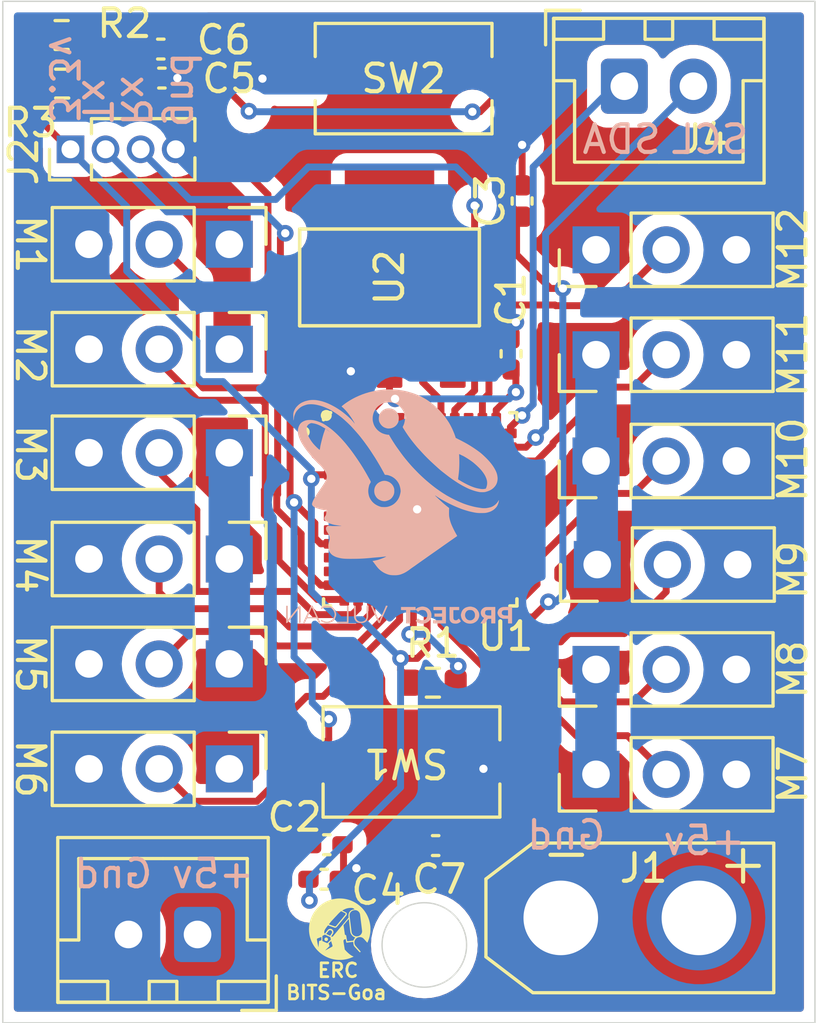
<source format=kicad_pcb>
(kicad_pcb (version 20240108) (generator "pcbnew") (generator_version "8.0")
  (layers (0 "F.Cu" signal) (31 "B.Cu" signal) (34 "B.Paste" user) (35 "F.Paste" user) (36 "B.SilkS" user "B.Silkscreen") (37 "F.SilkS" user "F.Silkscreen") (38 "B.Mask" user) (39 "F.Mask" user) (44 "Edge.Cuts" user))
  (net 0 "")
  (net 1 "SCL")
  (net 2 "SDA")
  (net 3 "IO12")
  (net 4 "reset")
  (net 12 "boot")
  (net 14 "TX")
  (net 23 "RX")
  (net 27 "GND")
  (net 28 "+5V")
  (net 30 "+3.3V")
  (net 31 "PWM1")
  (net 32 "PWM2")
  (net 33 "PWM3")
  (net 34 "PWM4")
  (net 35 "PWM5")
  (net 36 "PWM6")
  (net 37 "PWM7")
  (net 38 "PWM8")
  (net 39 "PWM9")
  (net 40 "PWM10")
  (net 41 "PWM11")
  (net 42 "PWM12")
  (footprint "Connector_PinHeader_2.54mm:PinHeader_1x03_P2.54mm_Vertical" (layer "F.Cu") (at 165.875 78.25 90)
    (property "Reference" "M10" (hide yes))
    (property "Value" "Conn_01x03_Pin" (hide yes))
    (pad "1" thru_hole rect (at 0 0 90) (size 1.7 1.7) (drill 1) (layers "*.Cu" "*.Mask") (net 28 "+5V"))
    (pad "2" thru_hole oval (at 0 2.54 90) (size 1.7 1.7) (drill 1) (layers "*.Cu" "*.Mask") (net 40 "PWM10"))
    (pad "3" thru_hole oval (at 0 5.08 90) (size 1.7 1.7) (drill 1) (layers "*.Cu" "*.Mask") (net 27 "GND"))
  )
  (footprint "Connector_AMASS:AMASS_XT30U-M_1x02_P5.0mm_Vertical" (layer "F.Cu") (at 164.6 94.8)
    (property "Reference" "J1" (at 3 -1.8 0) (layer "F.SilkS"))
    (property "Value" "DCJ200-10-A-XX-K_REVA" (hide yes))
    (fp_text user "-" (at 0.2 -2.4 0) (layer "F.SilkS") (effects (font (size 1.5 1.5))))
    (fp_text user "+" (at 6.6 -2 0) (layer "F.SilkS") (effects (font (size 1.5 1.5))))
    (pad "1" thru_hole rect (at 0 0) (size 3.8 3.8) (drill 2.7) (layers "*.Cu" "*.Mask") (net 27 "GND"))
    (pad "2" thru_hole circle (at 5 0) (size 3.8 3.8) (drill 2.7) (layers "*.Cu" "*.Mask") (net 28 "+5V"))
  )
  (footprint "Connector_PinHeader_2.54mm:PinHeader_1x03_P2.54mm_Vertical" (layer "F.Cu") (at 152.6 74.2 -90)
    (property "Reference" "M2" (hide yes))
    (property "Value" "Conn_01x03_Pin" (hide yes))
    (pad "1" thru_hole rect (at 0 0 270) (size 1.7 1.7) (drill 1) (layers "*.Cu" "*.Mask") (net 28 "+5V"))
    (pad "2" thru_hole oval (at 0 2.54 270) (size 1.7 1.7) (drill 1) (layers "*.Cu" "*.Mask") (net 32 "PWM2"))
    (pad "3" thru_hole oval (at 0 5.08 270) (size 1.7 1.7) (drill 1) (layers "*.Cu" "*.Mask") (net 27 "GND"))
  )
  (footprint "Capacitor_SMD:C_0402_1005Metric_Pad0.74x0.62mm_HandSolder" (layer "F.Cu") (at 150.12 63.33)
    (property "Reference" "C6" (at 2.28 -0.33 0) (layer "F.SilkS"))
    (property "Value" "10 uF" (hide yes))
    (pad "1" smd roundrect (at -0.5675 0) (size 0.735 0.62) (layers "F.Cu" "F.Paste" "F.Mask") (net 30 "+3.3V"))
    (pad "2" smd roundrect (at 0.5675 0) (size 0.735 0.62) (layers "F.Cu" "F.Paste" "F.Mask") (net 27 "GND"))
  )
  (footprint "Connector_PinHeader_2.54mm:PinHeader_1x03_P2.54mm_Vertical" (layer "F.Cu") (at 165.875 74.4 90)
    (property "Reference" "M11" (hide yes))
    (property "Value" "Conn_01x03_Pin" (hide yes))
    (pad "1" thru_hole rect (at 0 0 90) (size 1.7 1.7) (drill 1) (layers "*.Cu" "*.Mask") (net 28 "+5V"))
    (pad "2" thru_hole oval (at 0 2.54 90) (size 1.7 1.7) (drill 1) (layers "*.Cu" "*.Mask") (net 41 "PWM11"))
    (pad "3" thru_hole oval (at 0 5.08 90) (size 1.7 1.7) (drill 1) (layers "*.Cu" "*.Mask") (net 27 "GND"))
  )
  (footprint "Connector_PinHeader_2.54mm:PinHeader_1x03_P2.54mm_Vertical" (layer "F.Cu") (at 152.6 89.4 -90)
    (property "Reference" "M6" (hide yes))
    (property "Value" "Conn_01x03_Pin" (hide yes))
    (pad "1" thru_hole rect (at 0 0 270) (size 1.7 1.7) (drill 1) (layers "*.Cu" "*.Mask") (net 28 "+5V"))
    (pad "2" thru_hole oval (at 0 2.54 270) (size 1.7 1.7) (drill 1) (layers "*.Cu" "*.Mask") (net 36 "PWM6"))
    (pad "3" thru_hole oval (at 0 5.08 270) (size 1.7 1.7) (drill 1) (layers "*.Cu" "*.Mask") (net 27 "GND"))
  )
  (footprint "AMS1117-3.3:SOT229P700X180-4N" (layer "F.Cu") (at 158.4 71.6 90)
    (property "Reference" "U2" (at 0 0 90) (layer "F.SilkS"))
    (property "Value" "AMS1117-3.3" (hide yes))
    (pad "1" smd roundrect (at -3.345 -2.29 90) (size 1.31 0.93) (layers "F.Cu" "F.Paste" "F.Mask") (roundrect_rratio 0.075) (net 27 "GND"))
    (pad "2" smd roundrect (at -3.345 0 90) (size 1.31 0.93) (layers "F.Cu" "F.Paste" "F.Mask") (roundrect_rratio 0.075) (net 30 "+3.3V"))
    (pad "3" smd roundrect (at -3.345 2.29 90) (size 1.31 0.93) (layers "F.Cu" "F.Paste" "F.Mask") (roundrect_rratio 0.075) (net 28 "+5V"))
    (pad "4" smd roundrect (at 3.345 0 90) (size 1.31 3.24) (layers "F.Cu" "F.Paste" "F.Mask") (roundrect_rratio 0.075))
  )
  (footprint "Connector_PinHeader_2.54mm:PinHeader_1x03_P2.54mm_Vertical" (layer "F.Cu") (at 165.875 85.8 90)
    (property "Reference" "M8" (hide yes))
    (property "Value" "Conn_01x03_Pin" (hide yes))
    (pad "1" thru_hole rect (at 0 0 90) (size 1.7 1.7) (drill 1) (layers "*.Cu" "*.Mask") (net 28 "+5V"))
    (pad "2" thru_hole oval (at 0 2.54 90) (size 1.7 1.7) (drill 1) (layers "*.Cu" "*.Mask") (net 38 "PWM8"))
    (pad "3" thru_hole oval (at 0 5.08 90) (size 1.7 1.7) (drill 1) (layers "*.Cu" "*.Mask") (net 27 "GND"))
  )
  (footprint "Connector_JST:JST_XH_B2B-XH-A_1x02_P2.50mm_Vertical" (layer "F.Cu") (at 166.9 64.675)
    (property "Reference" "J4" (at 2.9 1.925 0) (layer "F.SilkS"))
    (property "Value" "Conn_01x02_Pin" (hide yes))
    (pad "1" thru_hole roundrect (at 0 0) (size 1.7 2) (drill 1) (layers "*.Cu" "*.Mask") (roundrect_rratio 0.147059) (net 2 "SDA"))
    (pad "2" thru_hole oval (at 2.5 0) (size 1.7 2) (drill 1) (layers "*.Cu" "*.Mask") (net 1 "SCL"))
  )
  (footprint "Connector_PinHeader_2.54mm:PinHeader_1x03_P2.54mm_Vertical" (layer "F.Cu") (at 152.6 85.6 -90)
    (property "Reference" "M5" (hide yes))
    (property "Value" "Conn_01x03_Pin" (hide yes))
    (pad "1" thru_hole rect (at 0 0 270) (size 1.7 1.7) (drill 1) (layers "*.Cu" "*.Mask") (net 28 "+5V"))
    (pad "2" thru_hole oval (at 0 2.54 270) (size 1.7 1.7) (drill 1) (layers "*.Cu" "*.Mask") (net 35 "PWM5"))
    (pad "3" thru_hole oval (at 0 5.08 270) (size 1.7 1.7) (drill 1) (layers "*.Cu" "*.Mask") (net 27 "GND"))
  )
  (footprint "Connector_PinHeader_2.54mm:PinHeader_1x03_P2.54mm_Vertical" (layer "F.Cu") (at 165.92 82 90)
    (property "Reference" "M9" (hide yes))
    (property "Value" "Conn_01x03_Pin" (hide yes))
    (pad "1" thru_hole rect (at 0 0 90) (size 1.7 1.7) (drill 1) (layers "*.Cu" "*.Mask") (net 28 "+5V"))
    (pad "2" thru_hole oval (at 0 2.54 90) (size 1.7 1.7) (drill 1) (layers "*.Cu" "*.Mask") (net 39 "PWM9"))
    (pad "3" thru_hole oval (at 0 5.08 90) (size 1.7 1.7) (drill 1) (layers "*.Cu" "*.Mask") (net 27 "GND"))
  )
  (footprint "Resistor_SMD:R_0603_1608Metric" (layer "F.Cu") (at 159.97 86.28)
    (property "Reference" "R1" (at 0 -1.43 0) (layer "F.SilkS"))
    (property "Value" "10k" (hide yes))
    (pad "1" smd roundrect (at -0.825 0) (size 0.8 0.95) (layers "F.Cu" "F.Paste" "F.Mask") (net 30 "+3.3V"))
    (pad "2" smd roundrect (at 0.825 0) (size 0.8 0.95) (layers "F.Cu" "F.Paste" "F.Mask") (net 3 "IO12"))
  )
  (footprint "Connector_PinHeader_2.54mm:PinHeader_1x03_P2.54mm_Vertical" (layer "F.Cu") (at 152.6 77.95 -90)
    (property "Reference" "M3" (hide yes))
    (property "Value" "Conn_01x03_Pin" (hide yes))
    (pad "1" thru_hole rect (at 0 0 270) (size 1.7 1.7) (drill 1) (layers "*.Cu" "*.Mask") (net 28 "+5V"))
    (pad "2" thru_hole oval (at 0 2.54 270) (size 1.7 1.7) (drill 1) (layers "*.Cu" "*.Mask") (net 33 "PWM3"))
    (pad "3" thru_hole oval (at 0 5.08 270) (size 1.7 1.7) (drill 1) (layers "*.Cu" "*.Mask") (net 27 "GND"))
  )
  (footprint "Capacitor_SMD:C_0402_1005Metric_Pad0.74x0.62mm_HandSolder" (layer "F.Cu") (at 156.0325 93.4)
    (property "Reference" "C4" (at 1.9675 0.4 0) (layer "F.SilkS"))
    (property "Value" "0.1 uF" (hide yes))
    (pad "1" smd roundrect (at -0.5675 0) (size 0.735 0.62) (layers "F.Cu" "F.Paste" "F.Mask") (net 30 "+3.3V"))
    (pad "2" smd roundrect (at 0.5675 0) (size 0.735 0.62) (layers "F.Cu" "F.Paste" "F.Mask") (net 27 "GND"))
  )
  (footprint "Resistor_SMD:R_0603_1608Metric" (layer "F.Cu") (at 146.53 62.82)
    (property "Reference" "R2" (at 2.27 -0.42 0) (layer "F.SilkS"))
    (property "Value" "10k" (hide yes))
    (pad "1" smd roundrect (at -0.825 0) (size 0.8 0.95) (layers "F.Cu" "F.Paste" "F.Mask") (net 30 "+3.3V"))
    (pad "2" smd roundrect (at 0.825 0) (size 0.8 0.95) (layers "F.Cu" "F.Paste" "F.Mask") (net 12 "boot"))
  )
  (footprint "ESP32-PICO-D4:PQFN50P700X700X104-49N" (layer "F.Cu") (at 159.5125 80)
    (property "Reference" "U1" (at 3.0875 4.6 0) (layer "F.SilkS"))
    (property "Value" "ESP32-PICO-D4" (hide yes))
    (pad "1" smd roundrect (at -3.265 -2.75) (size 0.45 0.35) (layers "F.Cu" "F.Paste" "F.Mask") (roundrect_rratio 0.125) (net 30 "+3.3V"))
    (pad "2" smd roundrect (at -3.265 -2.25) (size 0.45 0.35) (layers "F.Cu" "F.Paste" "F.Mask") (roundrect_rratio 0.125))
    (pad "3" smd roundrect (at -3.265 -1.75) (size 0.45 0.35) (layers "F.Cu" "F.Paste" "F.Mask") (roundrect_rratio 0.125) (net 30 "+3.3V"))
    (pad "4" smd roundrect (at -3.265 -1.25) (size 0.45 0.35) (layers "F.Cu" "F.Paste" "F.Mask") (roundrect_rratio 0.125) (net 30 "+3.3V"))
    (pad "5" smd roundrect (at -3.265 -0.75) (size 0.45 0.35) (layers "F.Cu" "F.Paste" "F.Mask") (roundrect_rratio 0.125))
    (pad "6" smd roundrect (at -3.265 -0.25) (size 0.45 0.35) (layers "F.Cu" "F.Paste" "F.Mask") (roundrect_rratio 0.125))
    (pad "7" smd roundrect (at -3.265 0.25) (size 0.45 0.35) (layers "F.Cu" "F.Paste" "F.Mask") (roundrect_rratio 0.125))
    (pad "8" smd roundrect (at -3.265 0.75) (size 0.45 0.35) (layers "F.Cu" "F.Paste" "F.Mask") (roundrect_rratio 0.125))
    (pad "9" smd roundrect (at -3.265 1.25) (size 0.45 0.35) (layers "F.Cu" "F.Paste" "F.Mask") (roundrect_rratio 0.125) (net 4 "reset"))
    (pad "10" smd roundrect (at -3.265 1.75) (size 0.45 0.35) (layers "F.Cu" "F.Paste" "F.Mask") (roundrect_rratio 0.125))
    (pad "11" smd roundrect (at -3.265 2.25) (size 0.45 0.35) (layers "F.Cu" "F.Paste" "F.Mask") (roundrect_rratio 0.125))
    (pad "12" smd roundrect (at -3.265 2.75) (size 0.45 0.35) (layers "F.Cu" "F.Paste" "F.Mask") (roundrect_rratio 0.125) (net 31 "PWM1"))
    (pad "13" smd roundrect (at -2.75 3.265) (size 0.35 0.45) (layers "F.Cu" "F.Paste" "F.Mask") (roundrect_rratio 0.125) (net 32 "PWM2"))
    (pad "14" smd roundrect (at -2.25 3.265) (size 0.35 0.45) (layers "F.Cu" "F.Paste" "F.Mask") (roundrect_rratio 0.125) (net 33 "PWM3"))
    (pad "15" smd roundrect (at -1.75 3.265) (size 0.35 0.45) (layers "F.Cu" "F.Paste" "F.Mask") (roundrect_rratio 0.125) (net 34 "PWM4"))
    (pad "16" smd roundrect (at -1.25 3.265) (size 0.35 0.45) (layers "F.Cu" "F.Paste" "F.Mask") (roundrect_rratio 0.125) (net 35 "PWM5"))
    (pad "17" smd roundrect (at -0.75 3.265) (size 0.35 0.45) (layers "F.Cu" "F.Paste" "F.Mask") (roundrect_rratio 0.125) (net 36 "PWM6"))
    (pad "18" smd roundrect (at -0.25 3.265) (size 0.35 0.45) (layers "F.Cu" "F.Paste" "F.Mask") (roundrect_rratio 0.125) (net 3 "IO12"))
    (pad "19" smd roundrect (at 0.25 3.265) (size 0.35 0.45) (layers "F.Cu" "F.Paste" "F.Mask") (roundrect_rratio 0.125) (net 30 "+3.3V"))
    (pad "20" smd roundrect (at 0.75 3.265) (size 0.35 0.45) (layers "F.Cu" "F.Paste" "F.Mask") (roundrect_rratio 0.125) (net 37 "PWM7"))
    (pad "21" smd roundrect (at 1.25 3.265) (size 0.35 0.45) (layers "F.Cu" "F.Paste" "F.Mask") (roundrect_rratio 0.125) (net 38 "PWM8"))
    (pad "22" smd roundrect (at 1.75 3.265) (size 0.35 0.45) (layers "F.Cu" "F.Paste" "F.Mask") (roundrect_rratio 0.125) (net 39 "PWM9"))
    (pad "23" smd roundrect (at 2.25 3.265) (size 0.35 0.45) (layers "F.Cu" "F.Paste" "F.Mask") (roundrect_rratio 0.125) (net 12 "boot"))
    (pad "24" smd roundrect (at 2.75 3.265) (size 0.35 0.45) (layers "F.Cu" "F.Paste" "F.Mask") (roundrect_rratio 0.125) (net 40 "PWM10"))
    (pad "25" smd roundrect (at 3.265 2.75) (size 0.45 0.35) (layers "F.Cu" "F.Paste" "F.Mask") (roundrect_rratio 0.125))
    (pad "26" smd roundrect (at 3.265 2.25) (size 0.45 0.35) (layers "F.Cu" "F.Paste" "F.Mask") (roundrect_rratio 0.125))
    (pad "27" smd roundrect (at 3.265 1.75) (size 0.45 0.35) (layers "F.Cu" "F.Paste" "F.Mask") (roundrect_rratio 0.125))
    (pad "28" smd roundrect (at 3.265 1.25) (size 0.45 0.35) (layers "F.Cu" "F.Paste" "F.Mask") (roundrect_rratio 0.125))
    (pad "29" smd roundrect (at 3.265 0.75) (size 0.45 0.35) (layers "F.Cu" "F.Paste" "F.Mask") (roundrect_rratio 0.125))
    (pad "30" smd roundrect (at 3.265 0.25) (size 0.45 0.35) (layers "F.Cu" "F.Paste" "F.Mask") (roundrect_rratio 0.125))
    (pad "31" smd roundrect (at 3.265 -0.25) (size 0.45 0.35) (layers "F.Cu" "F.Paste" "F.Mask") (roundrect_rratio 0.125))
    (pad "32" smd roundrect (at 3.265 -0.75) (size 0.45 0.35) (layers "F.Cu" "F.Paste" "F.Mask") (roundrect_rratio 0.125))
    (pad "33" smd roundrect (at 3.265 -1.25) (size 0.45 0.35) (layers "F.Cu" "F.Paste" "F.Mask") (roundrect_rratio 0.125))
    (pad "34" smd roundrect (at 3.265 -1.75) (size 0.45 0.35) (layers "F.Cu" "F.Paste" "F.Mask") (roundrect_rratio 0.125) (net 41 "PWM11"))
    (pad "35" smd roundrect (at 3.265 -2.25) (size 0.45 0.35) (layers "F.Cu" "F.Paste" "F.Mask") (roundrect_rratio 0.125) (net 1 "SCL"))
    (pad "36" smd roundrect (at 3.265 -2.75) (size 0.45 0.35) (layers "F.Cu" "F.Paste" "F.Mask") (roundrect_rratio 0.125) (net 2 "SDA"))
    (pad "37" smd roundrect (at 2.75 -3.265) (size 0.35 0.45) (layers "F.Cu" "F.Paste" "F.Mask") (roundrect_rratio 0.125) (net 30 "+3.3V"))
    (pad "38" smd roundrect (at 2.25 -3.265) (size 0.35 0.45) (layers "F.Cu" "F.Paste" "F.Mask") (roundrect_rratio 0.125) (net 42 "PWM12"))
    (pad "39" smd roundrect (at 1.75 -3.265) (size 0.35 0.45) (layers "F.Cu" "F.Paste" "F.Mask") (roundrect_rratio 0.125))
    (pad "40" smd roundrect (at 1.25 -3.265) (size 0.35 0.45) (layers "F.Cu" "F.Paste" "F.Mask") (roundrect_rratio 0.125) (net 23 "RX"))
    (pad "41" smd roundrect (at 0.75 -3.265) (size 0.35 0.45) (layers "F.Cu" "F.Paste" "F.Mask") (roundrect_rratio 0.125) (net 14 "TX"))
    (pad "42" smd roundrect (at 0.25 -3.265) (size 0.35 0.45) (layers "F.Cu" "F.Paste" "F.Mask") (roundrect_rratio 0.125))
    (pad "43" smd roundrect (at -0.25 -3.265) (size 0.35 0.45) (layers "F.Cu" "F.Paste" "F.Mask") (roundrect_rratio 0.125) (net 30 "+3.3V"))
    (pad "44" smd roundrect (at -0.75 -3.265) (size 0.35 0.45) (layers "F.Cu" "F.Paste" "F.Mask") (roundrect_rratio 0.125))
    (pad "45" smd roundrect (at -1.25 -3.265) (size 0.35 0.45) (layers "F.Cu" "F.Paste" "F.Mask") (roundrect_rratio 0.125))
    (pad "46" smd roundrect (at -1.75 -3.265) (size 0.35 0.45) (layers "F.Cu" "F.Paste" "F.Mask") (roundrect_rratio 0.125) (net 30 "+3.3V"))
    (pad "47" smd roundrect (at -2.25 -3.265) (size 0.35 0.45) (layers "F.Cu" "F.Paste" "F.Mask") (roundrect_rratio 0.125))
    (pad "48" smd roundrect (at -2.75 -3.265) (size 0.35 0.45) (layers "F.Cu" "F.Paste" "F.Mask") (roundrect_rratio 0.125))
    (pad "49" smd rect (at 0 0) (size 5.4 5.4) (layers "F.Cu" "F.Mask") (net 27 "GND"))
  )
  (footprint "Capacitor_SMD:C_0402_1005Metric_Pad0.74x0.62mm_HandSolder" (layer "F.Cu") (at 156.13 92.15)
    (property "Reference" "C2" (at -1.1675 -1 0) (layer "F.SilkS"))
    (property "Value" "0.1uf" (hide yes))
    (pad "1" smd roundrect (at -0.5675 0) (size 0.735 0.62) (layers "F.Cu" "F.Paste" "F.Mask") (net 4 "reset"))
    (pad "2" smd roundrect (at 0.5675 0) (size 0.735 0.62) (layers "F.Cu" "F.Paste" "F.Mask") (net 27 "GND"))
  )
  (footprint "Connector_PinHeader_2.54mm:PinHeader_1x03_P2.54mm_Vertical" (layer "F.Cu") (at 165.875 89.6 90)
    (property "Reference" "M7" (at 0 7.125 -90) (layer "F.SilkS"))
    (property "Value" "Conn_01x03_Pin" (hide yes))
    (pad "1" thru_hole rect (at 0 0 90) (size 1.7 1.7) (drill 1) (layers "*.Cu" "*.Mask") (net 28 "+5V"))
    (pad "2" thru_hole oval (at 0 2.54 90) (size 1.7 1.7) (drill 1) (layers "*.Cu" "*.Mask") (net 37 "PWM7"))
    (pad "3" thru_hole oval (at 0 5.08 90) (size 1.7 1.7) (drill 1) (layers "*.Cu" "*.Mask") (net 27 "GND"))
  )
  (footprint "Connector_PinHeader_2.54mm:PinHeader_1x03_P2.54mm_Vertical" (layer "F.Cu") (at 152.6 81.8 -90)
    (property "Reference" "M4" (hide yes))
    (property "Value" "Conn_01x03_Pin" (hide yes))
    (pad "1" thru_hole rect (at 0 0 270) (size 1.7 1.7) (drill 1) (layers "*.Cu" "*.Mask") (net 28 "+5V"))
    (pad "2" thru_hole oval (at 0 2.54 270) (size 1.7 1.7) (drill 1) (layers "*.Cu" "*.Mask") (net 34 "PWM4"))
    (pad "3" thru_hole oval (at 0 5.08 270) (size 1.7 1.7) (drill 1) (layers "*.Cu" "*.Mask") (net 27 "GND"))
  )
  (footprint "erc_logo_footprint:erc_logo_3mmx3mm" (layer "F.Cu") (at 156.4 95.2)
    (property "Reference" "R5" (hide yes))
    (property "Value" "R" (hide yes))
  )
  (footprint "Capacitor_SMD:C_0402_1005Metric_Pad0.74x0.62mm_HandSolder" (layer "F.Cu") (at 150.16 64.38)
    (property "Reference" "C5" (at 2.44 0.02 0) (layer "F.SilkS"))
    (property "Value" "0.1uf" (hide yes))
    (pad "1" smd roundrect (at -0.5675 0) (size 0.735 0.62) (layers "F.Cu" "F.Paste" "F.Mask") (net 4 "reset"))
    (pad "2" smd roundrect (at 0.5675 0) (size 0.735 0.62) (layers "F.Cu" "F.Paste" "F.Mask") (net 27 "GND"))
  )
  (footprint "Capacitor_SMD:C_0402_1005Metric_Pad0.74x0.62mm_HandSolder" (layer "F.Cu") (at 162.8 74.3675 90)
    (property "Reference" "C1" (at 1.9675 0 90) (layer "F.SilkS"))
    (property "Value" "10 uF" (hide yes))
    (pad "1" smd roundrect (at -0.5675 0 90) (size 0.735 0.62) (layers "F.Cu" "F.Paste" "F.Mask") (net 30 "+3.3V"))
    (pad "2" smd roundrect (at 0.5675 0 90) (size 0.735 0.62) (layers "F.Cu" "F.Paste" "F.Mask") (net 27 "GND"))
  )
  (footprint "Button_Switch_SMD:SW_Tactile_SPST_NO_Straight_CK_PTS636Sx25SMTRLFS" (layer "F.Cu") (at 159.195 89.15 180)
    (property "Reference" "SW1" (at 0.195 -0.05 180) (layer "F.SilkS"))
    (property "Value" "SW_MEC_5G" (hide yes))
    (pad "1" smd rect (at -3.875 0 180) (size 1.25 1) (layers "F.Cu" "F.Paste" "F.Mask") (net 27 "GND"))
    (pad "2" smd rect (at 3.875 0 180) (size 1.25 1) (layers "F.Cu" "F.Paste" "F.Mask") (net 4 "reset"))
  )
  (footprint "Connector_PinHeader_2.54mm:PinHeader_1x03_P2.54mm_Vertical" (layer "F.Cu") (at 165.875 70.6 90)
    (property "Reference" "M12" (hide yes))
    (property "Value" "Conn_01x03_Pin" (hide yes))
    (pad "1" thru_hole rect (at 0 0 90) (size 1.7 1.7) (drill 1) (layers "*.Cu" "*.Mask") (net 28 "+5V"))
    (pad "2" thru_hole oval (at 0 2.54 90) (size 1.7 1.7) (drill 1) (layers "*.Cu" "*.Mask") (net 42 "PWM12"))
    (pad "3" thru_hole oval (at 0 5.08 90) (size 1.7 1.7) (drill 1) (layers "*.Cu" "*.Mask") (net 27 "GND"))
  )
  (footprint "Connector_JST:JST_XH_B2B-XH-A_1x02_P2.50mm_Vertical" (layer "F.Cu") (at 151.45 95.4 180)
    (property "Reference" "J3" (hide yes))
    (property "Value" "Conn_01x02_Pin" (hide yes))
    (pad "1" thru_hole roundrect (at 0 0 180) (size 1.7 2) (drill 1) (layers "*.Cu" "*.Mask") (roundrect_rratio 0.147059) (net 28 "+5V"))
    (pad "2" thru_hole oval (at 2.5 0 180) (size 1.7 2) (drill 1) (layers "*.Cu" "*.Mask") (net 27 "GND"))
  )
  (footprint "Capacitor_SMD:C_0402_1005Metric_Pad0.74x0.62mm_HandSolder" (layer "F.Cu") (at 163.2 68.8325 90)
    (property "Reference" "C3" (at 0 -1.16 90) (layer "F.SilkS"))
    (property "Value" "0.1uf" (hide yes))
    (pad "1" smd roundrect (at -0.5675 0 90) (size 0.735 0.62) (layers "F.Cu" "F.Paste" "F.Mask") (net 12 "boot"))
    (pad "2" smd roundrect (at 0.5675 0 90) (size 0.735 0.62) (layers "F.Cu" "F.Paste" "F.Mask") (net 27 "GND"))
  )
  (footprint "Connector_PinHeader_2.54mm:PinHeader_1x03_P2.54mm_Vertical" (layer "F.Cu") (at 152.6 70.4 -90)
    (property "Reference" "M1" (hide yes))
    (property "Value" "Conn_01x03_Pin" (hide yes))
    (pad "1" thru_hole rect (at 0 0 270) (size 1.7 1.7) (drill 1) (layers "*.Cu" "*.Mask") (net 28 "+5V"))
    (pad "2" thru_hole oval (at 0 2.54 270) (size 1.7 1.7) (drill 1) (layers "*.Cu" "*.Mask") (net 31 "PWM1"))
    (pad "3" thru_hole oval (at 0 5.08 270) (size 1.7 1.7) (drill 1) (layers "*.Cu" "*.Mask") (net 27 "GND"))
  )
  (footprint "Connector_PinHeader_1.27mm:PinHeader_1x04_P1.27mm_Vertical" (layer "F.Cu") (at 146.85 66.96 90)
    (property "Reference" "J2" (at -0.44 -1.695 -90) (layer "F.SilkS"))
    (property "Value" "Conn_01x04_Pin" (hide yes))
    (pad "1" thru_hole rect (at 0 0 90) (size 1 1) (drill 0.65) (layers "*.Cu" "*.Mask") (net 30 "+3.3V"))
    (pad "2" thru_hole oval (at 0 1.27 90) (size 1 1) (drill 0.65) (layers "*.Cu" "*.Mask") (net 14 "TX"))
    (pad "3" thru_hole oval (at 0 2.54 90) (size 1 1) (drill 0.65) (layers "*.Cu" "*.Mask") (net 23 "RX"))
    (pad "4" thru_hole oval (at 0 3.81 90) (size 1 1) (drill 0.65) (layers "*.Cu" "*.Mask") (net 27 "GND"))
  )
  (footprint "Resistor_SMD:R_0603_1608Metric" (layer "F.Cu") (at 146.55 64.58)
    (property "Reference" "R3" (at -1.15 1.42 0) (layer "F.SilkS"))
    (property "Value" "10k" (hide yes))
    (pad "1" smd roundrect (at -0.825 0) (size 0.8 0.95) (layers "F.Cu" "F.Paste" "F.Mask") (net 30 "+3.3V"))
    (pad "2" smd roundrect (at 0.825 0) (size 0.8 0.95) (layers "F.Cu" "F.Paste" "F.Mask") (net 4 "reset"))
  )
  (footprint "Button_Switch_SMD:SW_Tactile_SPST_NO_Straight_CK_PTS636Sx25SMTRLFS" (layer "F.Cu") (at 158.91 64.4)
    (property "Reference" "SW2" (at 0 0 0) (layer "F.SilkS"))
    (property "Value" "SW_MEC_5G" (hide yes))
    (pad "1" smd rect (at -3.875 0) (size 1.25 1) (layers "F.Cu" "F.Paste" "F.Mask") (net 27 "GND"))
    (pad "2" smd rect (at 3.875 0) (size 1.25 1) (layers "F.Cu" "F.Paste" "F.Mask") (net 12 "boot"))
  )
  (footprint "Capacitor_SMD:C_0402_1005Metric_Pad0.74x0.62mm_HandSolder" (layer "F.Cu") (at 160.07 92.18)
    (property "Reference" "C7" (at 0.13 1.22 0) (layer "F.SilkS"))
    (property "Value" "10 uF" (hide yes))
    (pad "1" smd roundrect (at -0.5675 0) (size 0.735 0.62) (layers "F.Cu" "F.Paste" "F.Mask") (net 28 "+5V"))
    (pad "2" smd roundrect (at 0.5675 0) (size 0.735 0.62) (layers "F.Cu" "F.Paste" "F.Mask") (net 27 "GND"))
  )
  (footprint "vulcan:vulcan12x12" (layer "B.Cu") (at 158.6 80.2 180)
    (property "Reference" "G***" (hide yes))
    (property "Value" "LOGO" (hide yes))
  )
  (gr_rect (start 144.4 61.6) (end 173.8 98.6) (stroke (width 0.05)) (fill none) (layer "Edge.Cuts"))
  (gr_circle (center 159.66 95.78) (end 161.19 95.78) (stroke (width 0.05)) (fill none) (layer "Edge.Cuts"))
  (gr_text "+5v" (at 169.8 92 -0) (layer "B.SilkS") (effects (font (size 1 1)) (justify mirror)))
  (gr_text "gnd" (at 151 64.8 270) (layer "B.SilkS") (effects (font (size 1 1)) (justify mirror)))
  (gr_text "Rx" (at 149.2 65.2 270) (layer "B.SilkS") (effects (font (size 1 1)) (justify mirror)))
  (gr_text "3.3v" (at 146.6 64.4 270) (layer "B.SilkS") (effects (font (size 1 1)) (justify mirror)))
  (gr_text "+5v" (at 152 93.2 -0) (layer "B.SilkS") (effects (font (size 1 1)) (justify mirror)))
  (gr_text "SDA" (at 166.8 66.6 0) (layer "B.SilkS") (effects (font (size 1 1)) (justify mirror)))
  (gr_text "Tx" (at 147.8 65.2 270) (layer "B.SilkS") (effects (font (size 1 1)) (justify mirror)))
  (gr_text "Gnd" (at 164.8 91.8 0) (layer "B.SilkS") (effects (font (size 1 1)) (justify mirror)))
  (gr_text "SCL" (at 170 66.6 -0) (layer "B.SilkS") (effects (font (size 1 1)) (justify mirror)))
  (gr_text "Gnd" (at 148.4 93.2 0) (layer "B.SilkS") (effects (font (size 1 1)) (justify mirror)))
  (gr_text "M11" (at 173 74.4 90) (layer "F.SilkS") (effects (font (size 1 1))))
  (gr_text "M8" (at 173 85.8 90) (layer "F.SilkS") (effects (font (size 1 1))))
  (gr_text "M4" (at 145.4 82 270) (layer "F.SilkS") (effects (font (size 1 1))))
  (gr_text "M10\n" (at 173 78.2 90) (layer "F.SilkS") (effects (font (size 1 1))))
  (gr_text "M6" (at 145.4 89.4 270) (layer "F.SilkS") (effects (font (size 1 1))))
  (gr_text "M2" (at 145.4 74.4 270) (layer "F.SilkS") (effects (font (size 1 1))))
  (gr_text "M1" (at 145.4 70.4 270) (layer "F.SilkS") (effects (font (size 1 1))))
  (gr_text "M3" (at 145.4 78 270) (layer "F.SilkS") (effects (font (size 1 1))))
  (gr_text "M9" (at 173 82.2 90) (layer "F.SilkS") (effects (font (size 1 1))))
  (gr_text "M5" (at 145.4 85.6 270) (layer "F.SilkS") (effects (font (size 1 1))))
  (gr_text "M12" (at 173 70.6 90) (layer "F.SilkS") (effects (font (size 1 1))))
  (gr_text "   ERC\nBITS-Goa" (at 154.6 97.8 0) (layer "F.SilkS") (effects (font (size 0.5 0.5) (thickness 0.1) (bold yes)) (justify left bottom)))
  (segment (start 162.7775 77.75) (end 163.340044 77.75) (width 0.25) (layer "F.Cu") (net 1))
  (segment (start 163.340044 77.75) (end 163.690044 77.4) (width 0.25) (layer "F.Cu") (net 1))
  (via (at 163.690044 77.4) (size 0.6) (drill 0.3) (layers "F.Cu" "B.Cu") (net 1))
  (segment (start 163.690044 77.4) (end 164.05 77.040044) (width 0.25) (layer "B.Cu") (net 1))
  (segment (start 164.05 70.025) (end 169.4 64.675) (width 0.25) (layer "B.Cu") (net 1))
  (segment (start 164.05 77.040044) (end 164.05 70.025) (width 0.25) (layer "B.Cu") (net 1))
  (segment (start 162.7775 77.0225) (end 163.2 76.6) (width 0.25) (layer "F.Cu") (net 2))
  (segment (start 162.7775 77.25) (end 162.7775 77.0225) (width 0.25) (layer "F.Cu") (net 2))
  (segment (start 163.3275 76.7275) (end 163.2 76.6) (width 0.25) (layer "F.Cu") (net 2))
  (via (at 163.2 76.6) (size 0.6) (drill 0.3) (layers "F.Cu" "B.Cu") (net 2))
  (segment (start 163.6 67.6) (end 166.525 64.675) (width 0.25) (layer "B.Cu") (net 2))
  (segment (start 163.2 76.6) (end 163.6 76.2) (width 0.25) (layer "B.Cu") (net 2))
  (segment (start 163.6 76.2) (end 163.6 67.6) (width 0.25) (layer "B.Cu") (net 2))
  (segment (start 166.525 64.675) (end 166.9 64.675) (width 0.25) (layer "B.Cu") (net 2))
  (segment (start 159.2625 84.393276) (end 159.127888 84.527888) (width 0.25) (layer "F.Cu") (net 3))
  (segment (start 159.2625 83.265) (end 159.2625 84.393276) (width 0.25) (layer "F.Cu") (net 3))
  (segment (start 161 86.2) (end 161 85.793072) (width 0.25) (layer "F.Cu") (net 3))
  (segment (start 160.886688 85.67976) (end 160.886688 86.188312) (width 0.25) (layer "F.Cu") (net 3))
  (segment (start 161 85.793072) (end 160.886688 85.67976) (width 0.25) (layer "F.Cu") (net 3))
  (segment (start 160.886688 86.188312) (end 160.795 86.28) (width 0.25) (layer "F.Cu") (net 3))
  (via (at 159.127888 84.527888) (size 0.6) (drill 0.3) (layers "F.Cu" "B.Cu") (net 3))
  (via (at 160.886688 85.67976) (size 0.6) (drill 0.3) (layers "F.Cu" "B.Cu") (net 3))
  (segment (start 159.127888 84.527888) (end 159.734816 84.527888) (width 0.25) (layer "B.Cu") (net 3))
  (segment (start 159.734816 84.527888) (end 160.886688 85.67976) (width 0.25) (layer "B.Cu") (net 3))
  (segment (start 150.87 65.47) (end 150.36 65.47) (width 0.25) (layer "F.Cu") (net 4))
  (segment (start 148.02 65.47) (end 150.36 65.47) (width 0.25) (layer "F.Cu") (net 4))
  (segment (start 147.375 64.825) (end 148.02 65.47) (width 0.25) (layer "F.Cu") (net 4))
  (segment (start 154 68.6) (end 154 75) (width 0.25) (layer "F.Cu") (net 4))
  (segment (start 147.375 64.58) (end 147.375 64.825) (width 0.25) (layer "F.Cu") (net 4))
  (segment (start 149.5625 64.41) (end 149.5925 64.38) (width 0.25) (layer "F.Cu") (net 4))
  (segment (start 155.6975 81.035204) (end 155.6975 80.502221) (width 0.25) (layer "F.Cu") (net 4))
  (segment (start 156.2475 81.25) (end 155.912296 81.25) (width 0.25) (layer "F.Cu") (net 4))
  (segment (start 155.325 89.2) (end 155.325 91.925) (width 0.25) (layer "F.Cu") (net 4))
  (segment (start 155.6975 80.502221) (end 154.944391 79.749112) (width 0.25) (layer "F.Cu") (net 4))
  (segment (start 154.8 75.8) (end 154.8 79.604721) (width 0.25) (layer "F.Cu") (net 4))
  (segment (start 155.912296 81.25) (end 155.6975 81.035204) (width 0.25) (layer "F.Cu") (net 4))
  (segment (start 156.2 87.6) (end 156.2 88.325) (width 0.25) (layer "F.Cu") (net 4))
  (segment (start 154 75) (end 154.8 75.8) (width 0.25) (layer "F.Cu") (net 4))
  (segment (start 147.575 64.825) (end 147.575 64.2) (width 0.25) (layer "F.Cu") (net 4))
  (segment (start 154 68.6) (end 150.87 65.47) (width 0.25) (layer "F.Cu") (net 4))
  (segment (start 154.8 79.604721) (end 154.944391 79.749112) (width 0.25) (layer "F.Cu") (net 4))
  (segment (start 155.325 91.925) (end 155.6 92.2) (width 0.25) (layer "F.Cu") (net 4))
  (segment (start 147.395 64.41) (end 149.5625 64.41) (width 0.25) (layer "F.Cu") (net 4))
  (segment (start 156.2 88.325) (end 155.325 89.2) (width 0.25) (layer "F.Cu") (net 4))
  (via (at 154.944391 79.749112) (size 0.6) (drill 0.3) (layers "F.Cu" "B.Cu") (net 4))
  (via (at 156.2 87.6) (size 0.6) (drill 0.3) (layers "F.Cu" "B.Cu") (net 4))
  (segment (start 155.6 86) (end 155.6 87) (width 0.25) (layer "B.Cu") (net 4))
  (segment (start 154.944391 79.749112) (end 154.944391 85.344391) (width 0.25) (layer "B.Cu") (net 4))
  (segment (start 154.944391 85.344391) (end 155.6 86) (width 0.25) (layer "B.Cu") (net 4))
  (segment (start 155.6 87) (end 156.2 87.6) (width 0.25) (layer "B.Cu") (net 4))
  (segment (start 161.675 65.6) (end 162.875 64.4) (width 0.25) (layer "F.Cu") (net 12))
  (segment (start 151.93 63.28) (end 151.93 64.2) (width 0.25) (layer "F.Cu") (net 12))
  (segment (start 163.6 83.9) (end 161.9 83.9) (width 0.25) (layer "F.Cu") (net 12))
  (segment (start 162.875 64.4) (end 162.565 64.71) (width 0.25) (layer "F.Cu") (net 12))
  (segment (start 147.355 62.82) (end 147.575 62.6) (width 0.25) (layer "F.Cu") (net 12))
  (segment (start 161.9 83.9) (end 161.7625 83.7625) (width 0.25) (layer "F.Cu") (net 12))
  (segment (start 161.7625 83.7625) (end 161.7625 83.265) (width 0.25) (layer "F.Cu") (net 12))
  (segment (start 162.565 68.765) (end 163.2 69.4) (width 0.25) (layer "F.Cu") (net 12))
  (segment (start 151.25 62.6) (end 151.93 63.28) (width 0.25) (layer "F.Cu") (net 12))
  (segment (start 147.575 62.6) (end 151.25 62.6) (width 0.25) (layer "F.Cu") (net 12))
  (segment (start 164.675 72) (end 164.225 72) (width 0.25) (layer "F.Cu") (net 12))
  (segment (start 163 70.775) (end 163 69.6) (width 0.25) (layer "F.Cu") (net 12))
  (segment (start 161.4 65.6) (end 161.675 65.6) (width 0.25) (layer "F.Cu") (net 12))
  (segment (start 164.15 83.35) (end 163.6 83.9) (width 0.25) (layer "F.Cu") (net 12))
  (segment (start 163 69.6) (end 163.2 69.4) (width 0.25) (layer "F.Cu") (net 12))
  (segment (start 164.225 72) (end 163 70.775) (width 0.25) (layer "F.Cu") (net 12))
  (segment (start 162.565 64.71) (end 162.565 68.765) (width 0.25) (layer "F.Cu") (net 12))
  (segment (start 147.575 62.6875) (end 147.4875 62.6) (width 0.25) (layer "F.Cu") (net 12))
  (segment (start 151.93 64.2) (end 153.31 65.58) (width 0.25) (layer "F.Cu") (net 12))
  (segment (start 147.375 62.85) (end 147.375 63.015) (width 0.25) (layer "F.Cu") (net 12))
  (via (at 164.675 72) (size 0.6) (drill 0.3) (layers "F.Cu" "B.Cu") (net 12))
  (via (at 161.4 65.6) (size 0.6) (drill 0.3) (layers "F.Cu" "B.Cu") (net 12))
  (via (at 153.31 65.58) (size 0.6) (drill 0.3) (layers "F.Cu" "B.Cu") (net 12))
  (via (at 164.15 83.35) (size 0.6) (drill 0.3) (layers "F.Cu" "B.Cu") (net 12))
  (segment (start 153.33 65.6) (end 161.4 65.6) (width 0.25) (layer "B.Cu") (net 12))
  (segment (start 164.43 83.35) (end 164.675 83.105) (width 0.25) (layer "B.Cu") (net 12))
  (segment (start 164.15 83.35) (end 164.43 83.35) (width 0.25) (layer "B.Cu") (net 12))
  (segment (start 164.675 83.105) (end 164.675 72) (width 0.25) (layer "B.Cu") (net 12))
  (segment (start 160.2625 76.058194) (end 160.2625 76.735) (width 0.25) (layer "F.Cu") (net 14))
  (segment (start 154.45 73.05) (end 155.365 73.965) (width 0.25) (layer "F.Cu") (net 14))
  (segment (start 159.6 75.395694) (end 160.2625 76.058194) (width 0.25) (layer "F.Cu") (net 14))
  (segment (start 154.625 70) (end 154.45 70.175) (width 0.25) (layer "F.Cu") (net 14))
  (segment (start 154.45 70.175) (end 154.45 73.05) (width 0.25) (layer "F.Cu") (net 14))
  (segment (start 155.365 73.965) (end 158.960694 73.965) (width 0.25) (layer "F.Cu") (net 14))
  (segment (start 159.6 74.604306) (end 159.6 75.395694) (width 0.25) (layer "F.Cu") (net 14))
  (segment (start 158.960694 73.965) (end 159.6 74.604306) (width 0.25) (layer "F.Cu") (net 14))
  (via (at 154.625 70) (size 0.6) (drill 0.3) (layers "F.Cu" "B.Cu") (net 14))
  (segment (start 154.625 70) (end 153.85 69.225) (width 0.25) (layer "B.Cu") (net 14))
  (segment (start 153.85 69.225) (end 150.345 69.225) (width 0.25) (layer "B.Cu") (net 14))
  (segment (start 150.345 69.225) (end 148.12 67) (width 0.25) (layer "B.Cu") (net 14))
  (segment (start 161.48 69) (end 161.48 75.695694) (width 0.25) (layer "F.Cu") (net 23))
  (segment (start 161.48 75.695694) (end 161.250694 75.925) (width 0.25) (layer "F.Cu") (net 23))
  (segment (start 149.39 67) (end 149.2 67) (width 0.25) (layer "F.Cu") (net 23))
  (segment (start 161.237296 75.925) (end 160.7625 76.399796) (width 0.25) (layer "F.Cu") (net 23))
  (segment (start 160.7625 76.399796) (end 160.7625 76.735) (width 0.25) (layer "F.Cu") (net 23))
  (segment (start 161.250694 75.925) (end 161.237296 75.925) (width 0.25) (layer "F.Cu") (net 23))
  (via (at 161.48 69) (size 0.6) (drill 0.3) (layers "F.Cu" "B.Cu") (net 23))
  (segment (start 155.458884 67.6) (end 154.283884 68.775) (width 0.25) (layer "B.Cu") (net 23))
  (segment (start 161.48 68.28) (end 160.8 67.6) (width 0.25) (layer "B.Cu") (net 23))
  (segment (start 154.283884 68.775) (end 151.165 68.775) (width 0.25) (layer "B.Cu") (net 23))
  (segment (start 160.8 67.6) (end 155.458884 67.6) (width 0.25) (layer "B.Cu") (net 23))
  (segment (start 151.165 68.775) (end 149.39 67) (width 0.25) (layer "B.Cu") (net 23))
  (segment (start 161.48 69) (end 161.48 68.28) (width 0.25) (layer "B.Cu") (net 23))
  (segment (start 160.6375 92.18) (end 161.65 92.18) (width 0.25) (layer "F.Cu") (net 27))
  (segment (start 163.075 89.2) (end 162 89.2) (width 0.25) (layer "F.Cu") (net 27))
  (segment (start 159.5125 80) (end 159.4 80) (width 0.25) (layer "F.Cu") (net 27))
  (segment (start 155.125 64.4) (end 153.8 64.4) (width 0.25) (layer "F.Cu") (net 27))
  (segment (start 156.735 92.2) (end 156.735 93.265) (width 0.25) (layer "F.Cu") (net 27))
  (segment (start 156.8 93.4) (end 157.2 93) (width 0.25) (layer "F.Cu") (net 27))
  (segment (start 156.11 74.945) (end 156.945 74.945) (width 0.25) (layer "F.Cu") (net 27))
  (segment (start 156.735 93.265) (end 156.6 93.4) (width 0.25) (layer "F.Cu") (net 27))
  (segment (start 162.8 73.8) (end 162.8 73.4) (width 0.25) (layer "F.Cu") (net 27))
  (segment (start 163.2 68.265) (end 163.2 66.8) (width 0.25) (layer "F.Cu") (net 27))
  (segment (start 150.6875 63.33) (end 150.6875 64.34) (width 0.25) (layer "F.Cu") (net 27))
  (segment (start 163.07 90.76) (end 163.07 89.15) (width 0.25) (layer "F.Cu") (net 27))
  (segment (start 156.6 93.4) (end 156.8 93.4) (width 0.25) (layer "F.Cu") (net 27))
  (segment (start 156.255 74.945) (end 156.2 75) (width 0.25) (layer "F.Cu") (net 27))
  (segment (start 162.8 73.4) (end 162.975 73.225) (width 0.25) (layer "F.Cu") (net 27))
  (segment (start 162 89.2) (end 161.8 89.4) (width 0.25) (layer "F.Cu") (net 27))
  (segment (start 150.6875 64.34) (end 150.7275 64.38) (width 0.25) (layer "F.Cu") (net 27))
  (segment (start 161.65 92.18) (end 163.07 90.76) (width 0.25) (layer "F.Cu") (net 27))
  (segment (start 156.945 74.945) (end 157 75) (width 0.25) (layer "F.Cu") (net 27))
  (via (at 157 75) (size 0.6) (drill 0.3) (layers "F.Cu" "B.Cu") (net 27))
  (via (at 159.4 80) (size 0.6) (drill 0.3) (layers "F.Cu" "B.Cu") (net 27))
  (via (at 157.2 93) (size 0.6) (drill 0.3) (layers "F.Cu" "B.Cu") (net 27))
  (via (at 162.975 73.225) (size 0.6) (drill 0.3) (layers "F.Cu" "B.Cu") (net 27))
  (via (at 150.72 64.38) (size 0.6) (drill 0.3) (layers "F.Cu" "B.Cu") (net 27))
  (via (at 163.2 66.8) (size 0.6) (drill 0.3) (layers "F.Cu" "B.Cu") (net 27))
  (via (at 153.8 64.4) (size 0.6) (drill 0.3) (layers "F.Cu" "B.Cu") (net 27))
  (via (at 161.8 89.4) (size 0.6) (drill 0.3) (layers "F.Cu" "B.Cu") (net 27))
  (segment (start 165.92 82) (end 165.92 78.295) (width 1.5) (layer "B.Cu") (net 28))
  (segment (start 152.6 81.8) (end 152.6 85.6) (width 1.5) (layer "B.Cu") (net 28))
  (segment (start 152.6 81.8) (end 152.6 77.95) (width 1.5) (layer "B.Cu") (net 28))
  (segment (start 165.875 89.6) (end 165.875 85.8) (width 1.5) (layer "B.Cu") (net 28))
  (segment (start 165.92 78.295) (end 165.875 78.25) (width 1.5) (layer "B.Cu") (net 28))
  (segment (start 165.875 78.25) (end 165.875 74.4) (width 1.5) (layer "B.Cu") (net 28))
  (segment (start 145.745 64.545) (end 145.745 64.41) (width 0.25) (layer "F.Cu") (net 30))
  (segment (start 156.2475 77.25) (end 155.912296 77.25) (width 0.25) (layer "F.Cu") (net 30))
  (segment (start 145.725 63.07) (end 145.735 63.06) (width 0.25) (layer "F.Cu") (net 30))
  (segment (start 145.725 64.39) (end 145.745 64.41) (width 0.25) (layer "F.Cu") (net 30))
  (segment (start 158.6 76) (end 158.162296 76) (width 0.25) (layer "F.Cu") (net 30))
  (segment (start 156.2475 78.25) (end 156.2475 78.75) (width 0.25) (layer "F.Cu") (net 30))
  (segment (start 157.7625 76.399796) (end 157.547704 76.185) (width 0.25) (layer "F.Cu") (net 30))
  (segment (start 155.5 93.435) (end 155.465 93.4) (width 0.25) (layer "F.Cu") (net 30))
  (segment (start 158.862704 76) (end 159.2625 76.399796) (width 0.25) (layer "F.Cu") (net 30))
  (segment (start 156.2475 76.414796) (end 156.2475 77.25) (width 0.25) (layer "F.Cu") (net 30))
  (segment (start 155.912296 78.25) (end 156.2475 78.25) (width 0.25) (layer "F.Cu") (net 30))
  (segment (start 158.8 85.4) (end 158.8 85.825) (width 0.25) (layer "F.Cu") (net 30))
  (segment (start 155.912296 77.25) (end 155.6975 77.464796) (width 0.25) (layer "F.Cu") (net 30))
  (segment (start 155.6975 78.035204) (end 155.912296 78.25) (width 0.25) (layer "F.Cu") (net 30))
  (segment (start 156.477296 76.185) (end 156.2475 76.414796) (width 0.25) (layer "F.Cu") (net 30))
  (segment (start 155.6975 77.464796) (end 155.6975 78.035204) (width 0.25) (layer "F.Cu") (net 30))
  (segment (start 162.904238 75.758058) (end 162.2625 76.399796) (width 0.25) (layer "F.Cu") (net 30))
  (segment (start 148.28 63.7) (end 148.65 63.33) (width 0.25) (layer "F.Cu") (net 30))
  (segment (start 155.715194 78.75) (end 156.2475 78.75) (width 0.25) (layer "F.Cu") (net 30))
  (segment (start 145.725 64.58) (end 146.605 63.7) (width 0.25) (layer "F.Cu") (net 30))
  (segment (start 159.4 85.4) (end 158.8 85.4) (width 0.25) (layer "F.Cu") (net 30))
  (segment (start 157.7625 76.735) (end 157.7625 76.399796) (width 0.25) (layer "F.Cu") (net 30))
  (segment (start 162.975 75.11) (end 162.8 74.935) (width 0.25) (layer "F.Cu") (net 30))
  (segment (start 158.6 76) (end 158.862704 76) (width 0.25) (layer "F.Cu") (net 30))
  (segment (start 145.735 63.06) (end 145.735 62.765) (width 0.25) (layer "F.Cu") (net 30))
  (segment (start 146.605 63.7) (end 148.28 63.7) (width 0.25) (layer "F.Cu") (net 30))
  (segment (start 145.725 64.58) (end 145.725 63.07) (width 0.25) (layer "F.Cu") (net 30))
  (segment (start 158.4 75.8) (end 158.4 74.945) (width 0.25) (layer "F.Cu") (net 30))
  (segment (start 146.85 67) (end 145.725 65.875) (width 0.25) (layer "F.Cu") (net 30))
  (segment (start 159.7625 83.265) (end 159.7625 85.0375) (width 0.25) (layer "F.Cu") (net 30))
  (segment (start 158.6 76) (end 158.4 75.8) (width 0.25) (layer "F.Cu") (net 30))
  (segment (start 148.65 63.33) (end 149.5525 63.33) (width 0.25) (layer "F.Cu") (net 30))
  (segment (start 158.8 85.825) (end 159.175 86.2) (width 0.25) (layer "F.Cu") (net 30))
  (segment (start 159.7625 85.0375) (end 159.4 85.4) (width 0.25) (layer "F.Cu") (net 30))
  (segment (start 155.5 94.17) (end 155.5 93.435) (width 0.25) (layer "F.Cu") (net 30))
  (segment (start 159.2625 76.399796) (end 159.2625 76.735) (width 0.25) (layer "F.Cu") (net 30))
  (segment (start 145.725 65.875) (end 145.725 64.58) (width 0.25) (layer "F.Cu") (net 30))
  (segment (start 155.569391 78.895803) (end 155.715194 78.75) (width 0.25) (layer "F.Cu") (net 30))
  (segment (start 162.975 75.758058) (end 162.904238 75.758058) (width 0.25) (layer "F.Cu") (net 30))
  (segment (start 157.547704 76.185) (end 156.477296 76.185) (width 0.25) (layer "F.Cu") (net 30))
  (segment (start 162.2625 76.399796) (end 162.2625 76.735) (width 0.25) (layer "F.Cu") (net 30))
  (segment (start 158.162296 76) (end 157.7625 76.399796) (width 0.25) (layer "F.Cu") (net 30))
  (segment (start 162.975 75.758058) (end 162.975 75.11) (width 0.25) (layer "F.Cu") (net 30))
  (via (at 158.6 76) (size 0.6) (drill 0.3) (layers "F.Cu" "B.Cu") (net 30))
  (via (at 162.975 75.758058) (size 0.6) (drill 0.3) (layers "F.Cu" "B.Cu") (net 30))
  (via (at 155.5 94.17) (size 0.6) (drill 0.3) (layers "F.Cu" "B.Cu") (net 30))
  (via (at 155.569391 78.895803) (size 0.6) (drill 0.3) (layers "F.Cu" "B.Cu") (net 30))
  (via (at 158.8 85.4) (size 0.6) (drill 0.3) (layers "F.Cu" "B.Cu") (net 30))
  (segment (start 157.4 84) (end 156.6 84) (width 0.25) (layer "B.Cu") (net 30))
  (segment (start 155.569391 82.969391) (end 155.569391 78.895803) (width 0.25) (layer "B.Cu") (net 30))
  (segment (start 158.8 90.07) (end 158.8 85.4) (width 0.25) (layer "B.Cu") (net 30))
  (segment (start 151.6 75.375) (end 152.375 75.375) (width 0.25) (layer "B.Cu") (net 30))
  (segment (start 151.425 75.2) (end 151.6 75.375) (width 0.25) (layer "B.Cu") (net 30))
  (segment (start 155.5 94.17) (end 155.5 93.37) (width 0.25) (layer "B.Cu") (net 30))
  (segment (start 148.885 71.363299) (end 151.425 73.903299) (width 0.25) (layer "B.Cu") (net 30))
  (segment (start 155.5 93.37) (end 158.8 90.07) (width 0.25) (layer "B.Cu") (net 30))
  (segment (start 151.425 73.903299) (end 151.425 75.2) (width 0.25) (layer "B.Cu") (net 30))
  (segment (start 152.375 75.375) (end 155.569391 78.569391) (width 0.25) (layer "B.Cu") (net 30))
  (segment (start 156.6 84) (end 155.569391 82.969391) (width 0.25) (layer "B.Cu") (net 30))
  (segment (start 158.8 85.4) (end 157.4 84) (width 0.25) (layer "B.Cu") (net 30))
  (segment (start 155.569391 78.569391) (end 155.569391 78.895803) (width 0.25) (layer "B.Cu") (net 30))
  (segment (start 146.85 67) (end 148.885 69.035) (width 0.25) (layer "B.Cu") (net 30))
  (segment (start 148.885 69.035) (end 148.885 71.363299) (width 0.25) (layer "B.Cu") (net 30))
  (segment (start 162.975 75.758058) (end 162.733058 76) (width 0.25) (layer "B.Cu") (net 30))
  (segment (start 162.733058 76) (end 158.6 76) (width 0.25) (layer "B.Cu") (net 30))
  (segment (start 154.35 79.459619) (end 154.319391 79.490228) (width 0.25) (layer "F.Cu") (net 31))
  (segment (start 155.912296 82.75) (end 156.2475 82.75) (width 0.25) (layer "F.Cu") (net 31))
  (segment (start 154.319391 79.490228) (end 154.319391 80.007996) (width 0.25) (layer "F.Cu") (net 31))
  (segment (start 151.4 71.74) (end 151.4 75.35) (width 0.25) (layer "F.Cu") (net 31))
  (segment (start 151.4 75.35) (end 151.65 75.6) (width 0.25) (layer "F.Cu") (net 31))
  (segment (start 153.963604 75.6) (end 154.35 75.986396) (width 0.25) (layer "F.Cu") (net 31))
  (segment (start 155.2 82.037704) (end 155.912296 82.75) (width 0.25) (layer "F.Cu") (net 31))
  (segment (start 155.2 80.888605) (end 155.2 82.037704) (width 0.25) (layer "F.Cu") (net 31))
  (segment (start 151.65 75.6) (end 153.963604 75.6) (width 0.25) (layer "F.Cu") (net 31))
  (segment (start 150.06 70.4) (end 151.4 71.74) (width 0.25) (layer "F.Cu") (net 31))
  (segment (start 154.35 75.986396) (end 154.35 79.459619) (width 0.25) (layer "F.Cu") (net 31))
  (segment (start 154.319391 80.007996) (end 155.2 80.888605) (width 0.25) (layer "F.Cu") (net 31))
  (segment (start 151.45 76.05) (end 153.777208 76.05) (width 0.25) (layer "F.Cu") (net 32))
  (segment (start 154.4 80.725001) (end 154.4 81.8741) (width 0.25) (layer "F.Cu") (net 32))
  (segment (start 153.869391 80.194392) (end 154.4 80.725001) (width 0.25) (layer "F.Cu") (net 32))
  (segment (start 153.9 79.273223) (end 153.869391 79.303832) (width 0.25) (layer "F.Cu") (net 32))
  (segment (start 154.4 81.8741) (end 155.7909 83.265) (width 0.25) (layer "F.Cu") (net 32))
  (segment (start 150.06 74.2) (end 150.06 74.66) (width 0.25) (layer "F.Cu") (net 32))
  (segment (start 155.7909 83.265) (end 156.7625 83.265) (width 0.25) (layer "F.Cu") (net 32))
  (segment (start 153.9 76.172792) (end 153.9 79.273223) (width 0.25) (layer "F.Cu") (net 32))
  (segment (start 153.869391 79.303832) (end 153.869391 80.194392) (width 0.25) (layer "F.Cu") (net 32))
  (segment (start 150.06 74.66) (end 151.45 76.05) (width 0.25) (layer "F.Cu") (net 32))
  (segment (start 153.777208 76.05) (end 153.9 76.172792) (width 0.25) (layer "F.Cu") (net 32))
  (segment (start 157.2625 83.265) (end 157.2625 83.600204) (width 0.25) (layer "F.Cu") (net 33))
  (segment (start 155.704504 83.815) (end 154.864504 82.975) (width 0.25) (layer "F.Cu") (net 33))
  (segment (start 150.06 78.66) (end 150.06 77.95) (width 0.25) (layer "F.Cu") (net 33))
  (segment (start 151.425 82.975) (end 151.425 80.025) (width 0.25) (layer "F.Cu") (net 33))
  (segment (start 157.2625 83.600204) (end 157.047704 83.815) (width 0.25) (layer "F.Cu") (net 33))
  (segment (start 157.047704 83.815) (end 155.704504 83.815) (width 0.25) (layer "F.Cu") (net 33))
  (segment (start 151.425 80.025) (end 150.06 78.66) (width 0.25) (layer "F.Cu") (net 33))
  (segment (start 154.864504 82.975) (end 151.425 82.975) (width 0.25) (layer "F.Cu") (net 33))
  (segment (start 154.111396 83.6) (end 150.657919 83.6) (width 0.25) (layer "F.Cu") (net 34))
  (segment (start 150.06 83.002081) (end 150.06 81.8) (width 0.25) (layer "F.Cu") (net 34))
  (segment (start 150.657919 83.6) (end 150.06 83.002081) (width 0.25) (layer "F.Cu") (net 34))
  (segment (start 157.7625 83.265) (end 157.7625 83.7366) (width 0.25) (layer "F.Cu") (net 34))
  (segment (start 157.2341 84.265) (end 154.776396 84.265) (width 0.25) (layer "F.Cu") (net 34))
  (segment (start 154.776396 84.265) (end 154.111396 83.6) (width 0.25) (layer "F.Cu") (net 34))
  (segment (start 157.7625 83.7366) (end 157.2341 84.265) (width 0.25) (layer "F.Cu") (net 34))
  (segment (start 157.185496 84.95) (end 154.3 84.95) (width 0.25) (layer "F.Cu") (net 35))
  (segment (start 158.2625 83.872996) (end 157.185496 84.95) (width 0.25) (layer "F.Cu") (net 35))
  (segment (start 153.775 84.425) (end 151.235 84.425) (width 0.25) (layer "F.Cu") (net 35))
  (segment (start 158.2625 83.265) (end 158.2625 83.872996) (width 0.25) (layer "F.Cu") (net 35))
  (segment (start 154.3 84.95) (end 153.775 84.425) (width 0.25) (layer "F.Cu") (net 35))
  (segment (start 151.235 84.425) (end 150.06 85.6) (width 0.25) (layer "F.Cu") (net 35))
  (segment (start 154.2675 89.9075) (end 154.3075 89.8675) (width 0.25) (layer "F.Cu") (net 36))
  (segment (start 150.06 89.4) (end 151.235 90.575) (width 0.25) (layer "F.Cu") (net 36))
  (segment (start 154.3075 87.8675) (end 155.4 86.775) (width 0.25) (layer "F.Cu") (net 36))
  (segment (start 158.7625 84.009392) (end 158.7625 83.265) (width 0.25) (layer "F.Cu") (net 36))
  (segment (start 155.996892 86.775) (end 158.7625 84.009392) (width 0.25) (layer "F.Cu") (net 36))
  (segment (start 154.3075 89.8675) (end 154.3075 87.8675) (width 0.25) (layer "F.Cu") (net 36))
  (segment (start 151.235 90.575) (end 153.6 90.575) (width 0.25) (layer "F.Cu") (net 36))
  (segment (start 155.4 86.775) (end 155.996892 86.775) (width 0.25) (layer "F.Cu") (net 36))
  (segment (start 153.6 90.575) (end 154.2675 89.9075) (width 0.25) (layer "F.Cu") (net 36))
  (segment (start 165.16 88.2) (end 167.015 88.2) (width 0.25) (layer "F.Cu") (net 37))
  (segment (start 163.07 86.11) (end 162.200812 86.11) (width 0.25) (layer "F.Cu") (net 37))
  (segment (start 160.2625 84.171688) (end 160.2625 83.265) (width 0.25) (layer "F.Cu") (net 37))
  (segment (start 163.07 86.11) (end 165.16 88.2) (width 0.25) (layer "F.Cu") (net 37))
  (segment (start 167.015 88.2) (end 168.415 89.6) (width 0.25) (layer "F.Cu") (net 37))
  (segment (start 162.200812 86.11) (end 160.2625 84.171688) (width 0.25) (layer "F.Cu") (net 37))
  (segment (start 164.645 86.975) (end 167.24 86.975) (width 0.25) (layer "F.Cu") (net 38))
  (segment (start 162.92 85.25) (end 164.645 86.975) (width 0.25) (layer "F.Cu") (net 38))
  (segment (start 167.24 86.975) (end 168.415 85.8) (width 0.25) (layer "F.Cu") (net 38))
  (segment (start 160.7625 83.265) (end 160.7625 84.035292) (width 0.25) (layer "F.Cu") (net 38))
  (segment (start 161.977208 85.25) (end 162.92 85.25) (width 0.25) (layer "F.Cu") (net 38))
  (segment (start 160.7625 84.035292) (end 161.977208 85.25) (width 0.25) (layer "F.Cu") (net 38))
  (segment (start 161.2625 83.265) (end 161.2625 83.898896) (width 0.25) (layer "F.Cu") (net 39))
  (segment (start 161.2625 83.898896) (end 162.163604 84.8) (width 0.25) (layer "F.Cu") (net 39))
  (segment (start 164.6 84.8) (end 164.9 84.5) (width 0.25) (layer "F.Cu") (net 39))
  (segment (start 162.163604 84.8) (end 162.6 84.8) (width 0.25) (layer "F.Cu") (net 39))
  (segment (start 164.9 84.5) (end 166.9 84.5) (width 0.25) (layer "F.Cu") (net 39))
  (segment (start 166.9 84.5) (end 168.415 82.985) (width 0.25) (layer "F.Cu") (net 39))
  (segment (start 168.415 82.985) (end 168.415 82) (width 0.25) (layer "F.Cu") (net 39))
  (segment (start 162.6 84.8) (end 164.6 84.8) (width 0.25) (layer "F.Cu") (net 39))
  (segment (start 162.2625 83.265) (end 163.195 83.265) (width 0.25) (layer "F.Cu") (net 40))
  (segment (start 163.74 82.72) (end 163.74 81.86) (width 0.25) (layer "F.Cu") (net 40))
  (segment (start 163.195 83.265) (end 163.74 82.72) (width 0.25) (layer "F.Cu") (net 40))
  (segment (start 163.74 81.86) (end 166.175 79.425) (width 0.25) (layer "F.Cu") (net 40))
  (segment (start 167.24 79.425) (end 168.415 78.25) (width 0.25) (layer "F.Cu") (net 40))
  (segment (start 166.175 79.425) (end 167.24 79.425) (width 0.25) (layer "F.Cu") (net 40))
  (segment (start 163.723928 78.25) (end 162.7775 78.25) (width 0.25) (layer "F.Cu") (net 41))
  (segment (start 168.415 74.4) (end 167.24 75.575) (width 0.25) (layer "F.Cu") (net 41))
  (segment (start 167.24 75.575) (end 166.340044 75.575) (width 0.25) (layer "F.Cu") (net 41))
  (segment (start 166.340044 75.575) (end 164.315044 77.6) (width 0.25) (layer "F.Cu") (net 41))
  (segment (start 164.315044 77.6) (end 164.315044 77.658884) (width 0.25) (layer "F.Cu") (net 41))
  (segment (start 164.315044 77.658884) (end 163.723928 78.25) (width 0.25) (layer "F.Cu") (net 41))
  (segment (start 164.391116 72.6) (end 164.416116 72.625) (width 0.25) (layer "F.Cu") (net 42))
  (segment (start 164.416116 72.625) (end 166.39 72.625) (width 0.25) (layer "F.Cu") (net 42))
  (segment (start 161.7625 76.735) (end 161.7625 76.04959) (width 0.25) (layer "F.Cu") (net 42))
  (segment (start 161.7625 76.04959) (end 162 75.81209) (width 0.25) (layer "F.Cu") (net 42))
  (segment (start 162.6 72.6) (end 164.391116 72.6) (width 0.25) (layer "F.Cu") (net 42))
  (segment (start 162 73.2) (end 162.6 72.6) (width 0.25) (layer "F.Cu") (net 42))
  (segment (start 162 75.81209) (end 162 73.2) (width 0.25) (layer "F.Cu") (net 42))
  (segment (start 166.39 72.625) (end 168.415 70.6) (width 0.25) (layer "F.Cu") (net 42))
  (zone (net 28) (net_name "+5V") (layer "F.Cu") (connect_pads yes (clearance 0.5)) (min_thickness 0.25) (fill yes (thermal_gap 0.5) (thermal_bridge_width 0.5))
    (polygon (pts (xy 173.8 61.6) (xy 173.8 98.6) (xy 144.4 98.6) (xy 144.4 61.6)))
  )
  (zone (net 27) (net_name "GND") (layer "B.Cu") (priority 1) (connect_pads yes (clearance 0.5)) (min_thickness 0.25) (fill yes (thermal_gap 0.5) (thermal_bridge_width 0.5))
    (polygon (pts (xy 173.8 61.6) (xy 173.8 98.6) (xy 144.4 98.6) (xy 144.4 61.6)))
  )
)
</source>
